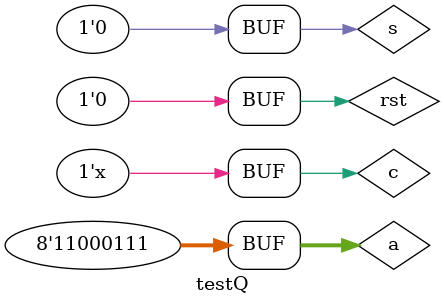
<source format=sv>
`timescale 1ps/1ps
module testQ();
  logic[7:0] a;
  logic[10:0] o;
  logic c=0,rst,s,r;
  
  avrage GG(	
  .ready(r),
	.rst(rst),
	.clk(c),
	.start(s),
	.w(o),
	.DATAin(a));
  
  always #(20) c=~c;
  
  initial begin
    rst=0;
    s=0;
    #(40) s=1;
    #(50) s=0;
    #(37) a=10101010;
    #(37) a=11111111;
    #(37) a=10101010;
    #(37) a=11111111;
    #(37) a=10101010;
    #(37) a=11111111;     
    #(37) a=10101010;
    #(37) a=11111111;
  end
endmodule
</source>
